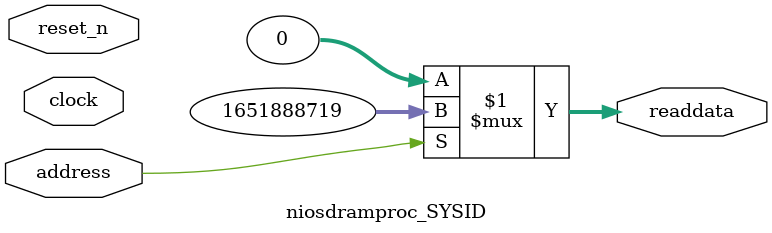
<source format=v>



// synthesis translate_off
`timescale 1ns / 1ps
// synthesis translate_on

// turn off superfluous verilog processor warnings 
// altera message_level Level1 
// altera message_off 10034 10035 10036 10037 10230 10240 10030 

module niosdramproc_SYSID (
               // inputs:
                address,
                clock,
                reset_n,

               // outputs:
                readdata
             )
;

  output  [ 31: 0] readdata;
  input            address;
  input            clock;
  input            reset_n;

  wire    [ 31: 0] readdata;
  //control_slave, which is an e_avalon_slave
  assign readdata = address ? 1651888719 : 0;

endmodule



</source>
